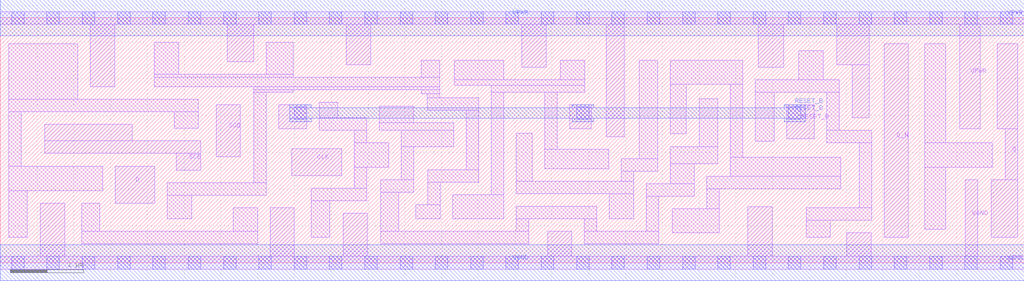
<source format=lef>
# Copyright 2020 The SkyWater PDK Authors
#
# Licensed under the Apache License, Version 2.0 (the "License");
# you may not use this file except in compliance with the License.
# You may obtain a copy of the License at
#
#     https://www.apache.org/licenses/LICENSE-2.0
#
# Unless required by applicable law or agreed to in writing, software
# distributed under the License is distributed on an "AS IS" BASIS,
# WITHOUT WARRANTIES OR CONDITIONS OF ANY KIND, either express or implied.
# See the License for the specific language governing permissions and
# limitations under the License.
#
# SPDX-License-Identifier: Apache-2.0

VERSION 5.7 ;
  NAMESCASESENSITIVE ON ;
  NOWIREEXTENSIONATPIN ON ;
  DIVIDERCHAR "/" ;
  BUSBITCHARS "[]" ;
UNITS
  DATABASE MICRONS 200 ;
END UNITS
MACRO sky130_fd_sc_hs__sdfrbp_1
  CLASS CORE ;
  SOURCE USER ;
  FOREIGN sky130_fd_sc_hs__sdfrbp_1 ;
  ORIGIN  0.000000  0.000000 ;
  SIZE  13.92000 BY  3.330000 ;
  SYMMETRY X Y R90 ;
  SITE unit ;
  PIN D
    ANTENNAGATEAREA  0.159000 ;
    DIRECTION INPUT ;
    USE SIGNAL ;
    PORT
      LAYER li1 ;
        RECT 1.565000 0.810000 2.100000 1.310000 ;
    END
  END D
  PIN Q
    ANTENNADIFFAREA  0.518900 ;
    DIRECTION OUTPUT ;
    USE SIGNAL ;
    PORT
      LAYER li1 ;
        RECT 13.470000 0.350000 13.835000 1.130000 ;
        RECT 13.555000 1.820000 13.835000 2.980000 ;
        RECT 13.665000 1.130000 13.835000 1.820000 ;
    END
  END Q
  PIN Q_N
    ANTENNADIFFAREA  0.537600 ;
    DIRECTION OUTPUT ;
    USE SIGNAL ;
    PORT
      LAYER li1 ;
        RECT 12.015000 0.350000 12.345000 2.980000 ;
    END
  END Q_N
  PIN RESET_B
    ANTENNAGATEAREA  0.411000 ;
    DIRECTION INPUT ;
    USE SIGNAL ;
    PORT
      LAYER li1 ;
        RECT  3.785000 1.820000  4.165000 2.150000 ;
        RECT  7.745000 1.820000  8.035000 2.150000 ;
        RECT 10.695000 1.685000 11.065000 2.150000 ;
      LAYER mcon ;
        RECT  3.995000 1.950000  4.165000 2.120000 ;
        RECT  7.835000 1.950000  8.005000 2.120000 ;
        RECT 10.715000 1.950000 10.885000 2.120000 ;
      LAYER met1 ;
        RECT  3.935000 1.920000  4.225000 1.965000 ;
        RECT  3.935000 1.965000 10.945000 2.105000 ;
        RECT  3.935000 2.105000  4.225000 2.150000 ;
        RECT  7.775000 1.920000  8.065000 1.965000 ;
        RECT  7.775000 2.105000  8.065000 2.150000 ;
        RECT 10.655000 1.920000 10.945000 1.965000 ;
        RECT 10.655000 2.105000 10.945000 2.150000 ;
    END
  END RESET_B
  PIN SCD
    ANTENNAGATEAREA  0.159000 ;
    DIRECTION INPUT ;
    USE SIGNAL ;
    PORT
      LAYER li1 ;
        RECT 2.935000 1.440000 3.265000 2.150000 ;
    END
  END SCD
  PIN SCE
    ANTENNAGATEAREA  0.318000 ;
    DIRECTION INPUT ;
    USE SIGNAL ;
    PORT
      LAYER li1 ;
        RECT 0.605000 1.490000 2.725000 1.660000 ;
        RECT 0.605000 1.660000 1.795000 1.880000 ;
        RECT 2.395000 1.260000 2.725000 1.490000 ;
    END
  END SCE
  PIN CLK
    ANTENNAGATEAREA  0.279000 ;
    DIRECTION INPUT ;
    USE CLOCK ;
    PORT
      LAYER li1 ;
        RECT 3.965000 1.180000 4.645000 1.550000 ;
    END
  END CLK
  PIN VGND
    DIRECTION INOUT ;
    USE GROUND ;
    PORT
      LAYER li1 ;
        RECT  0.000000 -0.085000 13.920000 0.085000 ;
        RECT  0.545000  0.085000  0.875000 0.810000 ;
        RECT  3.670000  0.085000  4.000000 0.750000 ;
        RECT  4.660000  0.085000  4.990000 0.670000 ;
        RECT  7.440000  0.085000  7.770000 0.425000 ;
        RECT 10.165000  0.085000 10.495000 0.760000 ;
        RECT 11.510000  0.085000 11.840000 0.410000 ;
        RECT 13.120000  0.085000 13.290000 1.130000 ;
      LAYER mcon ;
        RECT  0.155000 -0.085000  0.325000 0.085000 ;
        RECT  0.635000 -0.085000  0.805000 0.085000 ;
        RECT  1.115000 -0.085000  1.285000 0.085000 ;
        RECT  1.595000 -0.085000  1.765000 0.085000 ;
        RECT  2.075000 -0.085000  2.245000 0.085000 ;
        RECT  2.555000 -0.085000  2.725000 0.085000 ;
        RECT  3.035000 -0.085000  3.205000 0.085000 ;
        RECT  3.515000 -0.085000  3.685000 0.085000 ;
        RECT  3.995000 -0.085000  4.165000 0.085000 ;
        RECT  4.475000 -0.085000  4.645000 0.085000 ;
        RECT  4.955000 -0.085000  5.125000 0.085000 ;
        RECT  5.435000 -0.085000  5.605000 0.085000 ;
        RECT  5.915000 -0.085000  6.085000 0.085000 ;
        RECT  6.395000 -0.085000  6.565000 0.085000 ;
        RECT  6.875000 -0.085000  7.045000 0.085000 ;
        RECT  7.355000 -0.085000  7.525000 0.085000 ;
        RECT  7.835000 -0.085000  8.005000 0.085000 ;
        RECT  8.315000 -0.085000  8.485000 0.085000 ;
        RECT  8.795000 -0.085000  8.965000 0.085000 ;
        RECT  9.275000 -0.085000  9.445000 0.085000 ;
        RECT  9.755000 -0.085000  9.925000 0.085000 ;
        RECT 10.235000 -0.085000 10.405000 0.085000 ;
        RECT 10.715000 -0.085000 10.885000 0.085000 ;
        RECT 11.195000 -0.085000 11.365000 0.085000 ;
        RECT 11.675000 -0.085000 11.845000 0.085000 ;
        RECT 12.155000 -0.085000 12.325000 0.085000 ;
        RECT 12.635000 -0.085000 12.805000 0.085000 ;
        RECT 13.115000 -0.085000 13.285000 0.085000 ;
        RECT 13.595000 -0.085000 13.765000 0.085000 ;
      LAYER met1 ;
        RECT 0.000000 -0.245000 13.920000 0.245000 ;
    END
  END VGND
  PIN VPWR
    DIRECTION INOUT ;
    USE POWER ;
    PORT
      LAYER li1 ;
        RECT  0.000000 3.245000 13.920000 3.415000 ;
        RECT  1.225000 2.390000  1.555000 3.245000 ;
        RECT  3.085000 2.730000  3.445000 3.245000 ;
        RECT  4.705000 2.690000  5.035000 3.245000 ;
        RECT  7.090000 2.660000  7.420000 3.245000 ;
        RECT  8.235000 1.715000  8.485000 3.245000 ;
        RECT 10.305000 2.660000 10.650000 3.245000 ;
        RECT 11.370000 2.695000 11.815000 3.245000 ;
        RECT 11.585000 1.970000 11.815000 2.695000 ;
        RECT 13.045000 1.820000 13.325000 3.245000 ;
      LAYER mcon ;
        RECT  0.155000 3.245000  0.325000 3.415000 ;
        RECT  0.635000 3.245000  0.805000 3.415000 ;
        RECT  1.115000 3.245000  1.285000 3.415000 ;
        RECT  1.595000 3.245000  1.765000 3.415000 ;
        RECT  2.075000 3.245000  2.245000 3.415000 ;
        RECT  2.555000 3.245000  2.725000 3.415000 ;
        RECT  3.035000 3.245000  3.205000 3.415000 ;
        RECT  3.515000 3.245000  3.685000 3.415000 ;
        RECT  3.995000 3.245000  4.165000 3.415000 ;
        RECT  4.475000 3.245000  4.645000 3.415000 ;
        RECT  4.955000 3.245000  5.125000 3.415000 ;
        RECT  5.435000 3.245000  5.605000 3.415000 ;
        RECT  5.915000 3.245000  6.085000 3.415000 ;
        RECT  6.395000 3.245000  6.565000 3.415000 ;
        RECT  6.875000 3.245000  7.045000 3.415000 ;
        RECT  7.355000 3.245000  7.525000 3.415000 ;
        RECT  7.835000 3.245000  8.005000 3.415000 ;
        RECT  8.315000 3.245000  8.485000 3.415000 ;
        RECT  8.795000 3.245000  8.965000 3.415000 ;
        RECT  9.275000 3.245000  9.445000 3.415000 ;
        RECT  9.755000 3.245000  9.925000 3.415000 ;
        RECT 10.235000 3.245000 10.405000 3.415000 ;
        RECT 10.715000 3.245000 10.885000 3.415000 ;
        RECT 11.195000 3.245000 11.365000 3.415000 ;
        RECT 11.675000 3.245000 11.845000 3.415000 ;
        RECT 12.155000 3.245000 12.325000 3.415000 ;
        RECT 12.635000 3.245000 12.805000 3.415000 ;
        RECT 13.115000 3.245000 13.285000 3.415000 ;
        RECT 13.595000 3.245000 13.765000 3.415000 ;
      LAYER met1 ;
        RECT 0.000000 3.085000 13.920000 3.575000 ;
    END
  END VPWR
  OBS
    LAYER li1 ;
      RECT  0.115000 0.350000  0.365000 0.980000 ;
      RECT  0.115000 0.980000  1.395000 1.310000 ;
      RECT  0.115000 1.310000  0.285000 2.050000 ;
      RECT  0.115000 2.050000  2.695000 2.220000 ;
      RECT  0.115000 2.220000  1.055000 2.975000 ;
      RECT  1.105000 0.255000  3.500000 0.425000 ;
      RECT  1.105000 0.425000  1.355000 0.810000 ;
      RECT  2.095000 2.390000  5.975000 2.520000 ;
      RECT  2.095000 2.520000  3.985000 2.560000 ;
      RECT  2.095000 2.560000  2.425000 3.000000 ;
      RECT  2.270000 0.595000  2.600000 0.920000 ;
      RECT  2.270000 0.920000  3.615000 1.090000 ;
      RECT  2.365000 1.830000  2.695000 2.050000 ;
      RECT  3.170000 0.425000  3.500000 0.750000 ;
      RECT  3.445000 1.090000  3.615000 2.320000 ;
      RECT  3.445000 2.320000  3.985000 2.350000 ;
      RECT  3.445000 2.350000  5.975000 2.390000 ;
      RECT  3.615000 2.560000  3.985000 3.000000 ;
      RECT  4.230000 0.350000  4.480000 0.840000 ;
      RECT  4.230000 0.840000  4.985000 1.010000 ;
      RECT  4.335000 1.800000  4.985000 1.970000 ;
      RECT  4.335000 1.970000  4.585000 2.180000 ;
      RECT  4.815000 1.010000  4.985000 1.300000 ;
      RECT  4.815000 1.300000  5.280000 1.630000 ;
      RECT  4.815000 1.630000  4.985000 1.800000 ;
      RECT  5.155000 1.800000  6.165000 1.905000 ;
      RECT  5.155000 1.905000  5.620000 2.130000 ;
      RECT  5.170000 0.255000  7.185000 0.425000 ;
      RECT  5.170000 0.425000  5.420000 0.960000 ;
      RECT  5.170000 0.960000  5.620000 1.130000 ;
      RECT  5.450000 1.130000  5.620000 1.575000 ;
      RECT  5.450000 1.575000  6.165000 1.800000 ;
      RECT  5.650000 0.595000  5.980000 0.790000 ;
      RECT  5.725000 2.300000  5.975000 2.350000 ;
      RECT  5.725000 2.520000  5.975000 2.755000 ;
      RECT  5.805000 2.075000  6.505000 2.245000 ;
      RECT  5.805000 2.245000  5.975000 2.300000 ;
      RECT  5.810000 0.790000  5.980000 1.095000 ;
      RECT  5.810000 1.095000  6.505000 1.265000 ;
      RECT  6.150000 0.595000  6.845000 0.925000 ;
      RECT  6.175000 2.415000  7.945000 2.490000 ;
      RECT  6.175000 2.490000  6.845000 2.755000 ;
      RECT  6.335000 1.265000  6.505000 2.075000 ;
      RECT  6.675000 0.925000  6.845000 2.320000 ;
      RECT  6.675000 2.320000  7.945000 2.415000 ;
      RECT  7.015000 0.425000  7.185000 0.595000 ;
      RECT  7.015000 0.595000  8.110000 0.765000 ;
      RECT  7.015000 0.935000  8.610000 1.105000 ;
      RECT  7.015000 1.105000  7.235000 1.760000 ;
      RECT  7.405000 1.275000  8.270000 1.545000 ;
      RECT  7.405000 1.545000  7.575000 2.320000 ;
      RECT  7.615000 2.490000  7.945000 2.755000 ;
      RECT  7.940000 0.255000  8.950000 0.425000 ;
      RECT  7.940000 0.425000  8.110000 0.595000 ;
      RECT  8.280000 0.595000  8.610000 0.935000 ;
      RECT  8.440000 1.105000  8.610000 1.245000 ;
      RECT  8.440000 1.245000  8.935000 1.415000 ;
      RECT  8.685000 1.415000  8.935000 2.755000 ;
      RECT  8.780000 0.425000  8.950000 0.905000 ;
      RECT  8.780000 0.905000  9.435000 1.075000 ;
      RECT  9.105000 1.075000  9.435000 1.345000 ;
      RECT  9.105000 1.345000  9.755000 1.575000 ;
      RECT  9.105000 1.755000  9.325000 2.425000 ;
      RECT  9.105000 2.425000 10.095000 2.755000 ;
      RECT  9.135000 0.405000  9.775000 0.735000 ;
      RECT  9.505000 1.575000  9.755000 2.230000 ;
      RECT  9.605000 0.735000  9.775000 1.005000 ;
      RECT  9.605000 1.005000 11.425000 1.175000 ;
      RECT  9.925000 1.175000 11.425000 1.435000 ;
      RECT  9.925000 1.435000 10.095000 2.425000 ;
      RECT 10.265000 1.650000 10.525000 2.320000 ;
      RECT 10.265000 2.320000 11.405000 2.490000 ;
      RECT 10.855000 2.490000 11.185000 2.885000 ;
      RECT 10.955000 0.350000 11.285000 0.580000 ;
      RECT 10.955000 0.580000 11.845000 0.750000 ;
      RECT 11.235000 1.630000 11.845000 1.800000 ;
      RECT 11.235000 1.800000 11.405000 2.320000 ;
      RECT 11.675000 0.750000 11.845000 1.630000 ;
      RECT 12.570000 0.455000 12.855000 1.300000 ;
      RECT 12.570000 1.300000 13.485000 1.630000 ;
      RECT 12.570000 1.630000 12.855000 2.980000 ;
  END
END sky130_fd_sc_hs__sdfrbp_1

</source>
